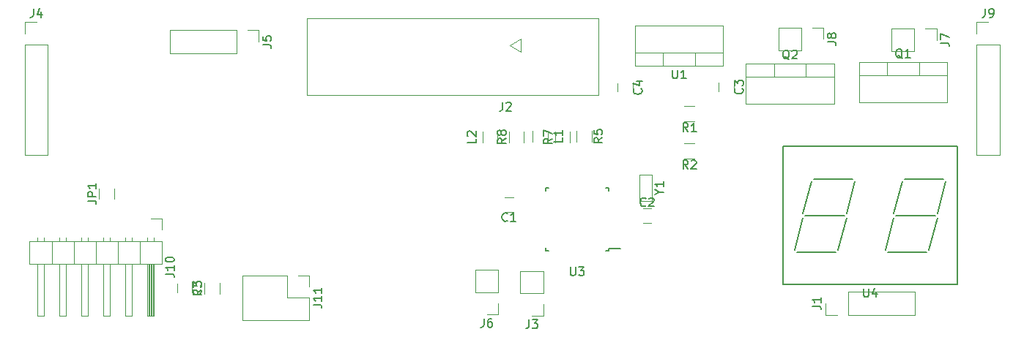
<source format=gto>
G04 #@! TF.FileFunction,Legend,Top*
%FSLAX46Y46*%
G04 Gerber Fmt 4.6, Leading zero omitted, Abs format (unit mm)*
G04 Created by KiCad (PCBNEW 4.0.6) date 07/11/17 19:08:17*
%MOMM*%
%LPD*%
G01*
G04 APERTURE LIST*
%ADD10C,0.100000*%
%ADD11C,0.120000*%
%ADD12C,0.150000*%
G04 APERTURE END LIST*
D10*
D11*
X170903000Y-84717000D02*
X170903000Y-83717000D01*
X169203000Y-83717000D02*
X169203000Y-84717000D01*
X203454000Y-77410000D02*
X200854000Y-77410000D01*
X200854000Y-77410000D02*
X200854000Y-80070000D01*
X200854000Y-80070000D02*
X203454000Y-80070000D01*
X203454000Y-80070000D02*
X203454000Y-77410000D01*
X204724000Y-77410000D02*
X206054000Y-77410000D01*
X206054000Y-77410000D02*
X206054000Y-78740000D01*
X156714000Y-79375000D02*
X157984000Y-80135000D01*
X157984000Y-80135000D02*
X157984000Y-78615000D01*
X157984000Y-78615000D02*
X156714000Y-79375000D01*
X166934000Y-85085000D02*
X133294000Y-85085000D01*
X166934000Y-85085000D02*
X166934000Y-76205000D01*
X133294000Y-76205000D02*
X133294000Y-85085000D01*
X133294000Y-76205000D02*
X166934000Y-76205000D01*
D12*
X208474000Y-91060000D02*
X208474000Y-107060000D01*
X188274000Y-91060000D02*
X208474000Y-91060000D01*
X188274000Y-107060000D02*
X188274000Y-91060000D01*
X208474000Y-107060000D02*
X188274000Y-107060000D01*
X201124000Y-99310000D02*
X200124000Y-103060000D01*
X205874000Y-99060000D02*
X201374000Y-99060000D01*
X202124000Y-95060000D02*
X201124000Y-98810000D01*
X207124000Y-95060000D02*
X206124000Y-98810000D01*
X206124000Y-99310000D02*
X205124000Y-103060000D01*
X195374000Y-99060000D02*
X190874000Y-99060000D01*
X195624000Y-99310000D02*
X194624000Y-103060000D01*
X191624000Y-95060000D02*
X190624000Y-98810000D01*
X196624000Y-95060000D02*
X195624000Y-98810000D01*
X190624000Y-99310000D02*
X189624000Y-103060000D01*
X196374000Y-94810000D02*
X191874000Y-94810000D01*
X194374000Y-103310000D02*
X189874000Y-103310000D01*
X204874000Y-103310000D02*
X200374000Y-103310000D01*
X206874000Y-94810000D02*
X202374000Y-94810000D01*
D11*
X195826478Y-110554382D02*
X203506478Y-110554382D01*
X203506478Y-110554382D02*
X203506478Y-107894382D01*
X203506478Y-107894382D02*
X195826478Y-107894382D01*
X195826478Y-107894382D02*
X195826478Y-110554382D01*
X194556478Y-110554382D02*
X193226478Y-110554382D01*
X193226478Y-110554382D02*
X193226478Y-109224382D01*
X160588000Y-108077000D02*
X160588000Y-105477000D01*
X160588000Y-105477000D02*
X157928000Y-105477000D01*
X157928000Y-105477000D02*
X157928000Y-108077000D01*
X157928000Y-108077000D02*
X160588000Y-108077000D01*
X160588000Y-109347000D02*
X160588000Y-110677000D01*
X160588000Y-110677000D02*
X159258000Y-110677000D01*
X125102437Y-77612429D02*
X117422437Y-77612429D01*
X117422437Y-77612429D02*
X117422437Y-80272429D01*
X117422437Y-80272429D02*
X125102437Y-80272429D01*
X125102437Y-80272429D02*
X125102437Y-77612429D01*
X126372437Y-77612429D02*
X127702437Y-77612429D01*
X127702437Y-77612429D02*
X127702437Y-78942429D01*
X155381000Y-107950000D02*
X155381000Y-105350000D01*
X155381000Y-105350000D02*
X152721000Y-105350000D01*
X152721000Y-105350000D02*
X152721000Y-107950000D01*
X152721000Y-107950000D02*
X155381000Y-107950000D01*
X155381000Y-109220000D02*
X155381000Y-110550000D01*
X155381000Y-110550000D02*
X154051000Y-110550000D01*
X197064000Y-81327000D02*
X207304000Y-81327000D01*
X197064000Y-85968000D02*
X207304000Y-85968000D01*
X197064000Y-81327000D02*
X197064000Y-85968000D01*
X207304000Y-81327000D02*
X207304000Y-85968000D01*
X197064000Y-82837000D02*
X207304000Y-82837000D01*
X200334000Y-81327000D02*
X200334000Y-82837000D01*
X204035000Y-81327000D02*
X204035000Y-82837000D01*
X190373000Y-77283000D02*
X187773000Y-77283000D01*
X187773000Y-77283000D02*
X187773000Y-79943000D01*
X187773000Y-79943000D02*
X190373000Y-79943000D01*
X190373000Y-79943000D02*
X190373000Y-77283000D01*
X191643000Y-77283000D02*
X192973000Y-77283000D01*
X192973000Y-77283000D02*
X192973000Y-78613000D01*
X183983000Y-81454000D02*
X194223000Y-81454000D01*
X183983000Y-86095000D02*
X194223000Y-86095000D01*
X183983000Y-81454000D02*
X183983000Y-86095000D01*
X194223000Y-81454000D02*
X194223000Y-86095000D01*
X183983000Y-82964000D02*
X194223000Y-82964000D01*
X187253000Y-81454000D02*
X187253000Y-82964000D01*
X190954000Y-81454000D02*
X190954000Y-82964000D01*
X176885000Y-90687000D02*
X178085000Y-90687000D01*
X178085000Y-92447000D02*
X176885000Y-92447000D01*
X176885000Y-86369000D02*
X178085000Y-86369000D01*
X178085000Y-88129000D02*
X176885000Y-88129000D01*
X159353664Y-90488208D02*
X159353664Y-89288208D01*
X161113664Y-89288208D02*
X161113664Y-90488208D01*
X155312000Y-89382000D02*
X155312000Y-90582000D01*
X153552000Y-90582000D02*
X153552000Y-89382000D01*
X164433664Y-90488208D02*
X164433664Y-89288208D01*
X166193664Y-89288208D02*
X166193664Y-90488208D01*
X163694000Y-89382000D02*
X163694000Y-90582000D01*
X161934000Y-90582000D02*
X161934000Y-89382000D01*
X158360000Y-89377000D02*
X158360000Y-90577000D01*
X156600000Y-90577000D02*
X156600000Y-89377000D01*
D12*
X168117664Y-103136208D02*
X168117664Y-102911208D01*
X160867664Y-103136208D02*
X160867664Y-102811208D01*
X160867664Y-95886208D02*
X160867664Y-96211208D01*
X168117664Y-95886208D02*
X168117664Y-96211208D01*
X168117664Y-103136208D02*
X167792664Y-103136208D01*
X168117664Y-95886208D02*
X167792664Y-95886208D01*
X160867664Y-95886208D02*
X161192664Y-95886208D01*
X160867664Y-103136208D02*
X161192664Y-103136208D01*
X168117664Y-102911208D02*
X169542664Y-102911208D01*
D10*
X171725664Y-94353208D02*
X171725664Y-97353208D01*
X171725664Y-97353208D02*
X173125664Y-97353208D01*
X173125664Y-97353208D02*
X173125664Y-94353208D01*
X173125664Y-94353208D02*
X171725664Y-94353208D01*
D11*
X156107000Y-98640000D02*
X157107000Y-98640000D01*
X157107000Y-96940000D02*
X156107000Y-96940000D01*
X173093000Y-98210000D02*
X172093000Y-98210000D01*
X172093000Y-99910000D02*
X173093000Y-99910000D01*
X182587000Y-84685000D02*
X182587000Y-83685000D01*
X180887000Y-83685000D02*
X180887000Y-84685000D01*
X181396000Y-81741000D02*
X171156000Y-81741000D01*
X181396000Y-77100000D02*
X171156000Y-77100000D01*
X181396000Y-81741000D02*
X181396000Y-77100000D01*
X171156000Y-81741000D02*
X171156000Y-77100000D01*
X181396000Y-80231000D02*
X171156000Y-80231000D01*
X178126000Y-81741000D02*
X178126000Y-80231000D01*
X174425000Y-81741000D02*
X174425000Y-80231000D01*
X100670000Y-79270000D02*
X100670000Y-92030000D01*
X100670000Y-92030000D02*
X103330000Y-92030000D01*
X103330000Y-92030000D02*
X103330000Y-79270000D01*
X103330000Y-79270000D02*
X100670000Y-79270000D01*
X100670000Y-78000000D02*
X100670000Y-76670000D01*
X100670000Y-76670000D02*
X102000000Y-76670000D01*
X210670000Y-79270000D02*
X210670000Y-92030000D01*
X210670000Y-92030000D02*
X213330000Y-92030000D01*
X213330000Y-92030000D02*
X213330000Y-79270000D01*
X213330000Y-79270000D02*
X210670000Y-79270000D01*
X210670000Y-78000000D02*
X210670000Y-76670000D01*
X210670000Y-76670000D02*
X212000000Y-76670000D01*
X119976000Y-107958000D02*
X119976000Y-106958000D01*
X118276000Y-106958000D02*
X118276000Y-107958000D01*
X116519000Y-102051000D02*
X113919000Y-102051000D01*
X113919000Y-102051000D02*
X113919000Y-104671000D01*
X113919000Y-104671000D02*
X116519000Y-104671000D01*
X116519000Y-104671000D02*
X116519000Y-102051000D01*
X115569000Y-104671000D02*
X114809000Y-104671000D01*
X114809000Y-104671000D02*
X114809000Y-110671000D01*
X114809000Y-110671000D02*
X115569000Y-110671000D01*
X115569000Y-110671000D02*
X115569000Y-104671000D01*
X115569000Y-101621000D02*
X115569000Y-102051000D01*
X114809000Y-101621000D02*
X114809000Y-102051000D01*
X115449000Y-104671000D02*
X115449000Y-110671000D01*
X115329000Y-104671000D02*
X115329000Y-110671000D01*
X115209000Y-104671000D02*
X115209000Y-110671000D01*
X115089000Y-104671000D02*
X115089000Y-110671000D01*
X114969000Y-104671000D02*
X114969000Y-110671000D01*
X114849000Y-104671000D02*
X114849000Y-110671000D01*
X113919000Y-102051000D02*
X111379000Y-102051000D01*
X111379000Y-102051000D02*
X111379000Y-104671000D01*
X111379000Y-104671000D02*
X113919000Y-104671000D01*
X113919000Y-104671000D02*
X113919000Y-102051000D01*
X113029000Y-104671000D02*
X112269000Y-104671000D01*
X112269000Y-104671000D02*
X112269000Y-110671000D01*
X112269000Y-110671000D02*
X113029000Y-110671000D01*
X113029000Y-110671000D02*
X113029000Y-104671000D01*
X113029000Y-101621000D02*
X113029000Y-102051000D01*
X112269000Y-101621000D02*
X112269000Y-102051000D01*
X111379000Y-102051000D02*
X108839000Y-102051000D01*
X108839000Y-102051000D02*
X108839000Y-104671000D01*
X108839000Y-104671000D02*
X111379000Y-104671000D01*
X111379000Y-104671000D02*
X111379000Y-102051000D01*
X110489000Y-104671000D02*
X109729000Y-104671000D01*
X109729000Y-104671000D02*
X109729000Y-110671000D01*
X109729000Y-110671000D02*
X110489000Y-110671000D01*
X110489000Y-110671000D02*
X110489000Y-104671000D01*
X110489000Y-101621000D02*
X110489000Y-102051000D01*
X109729000Y-101621000D02*
X109729000Y-102051000D01*
X108839000Y-102051000D02*
X106299000Y-102051000D01*
X106299000Y-102051000D02*
X106299000Y-104671000D01*
X106299000Y-104671000D02*
X108839000Y-104671000D01*
X108839000Y-104671000D02*
X108839000Y-102051000D01*
X107949000Y-104671000D02*
X107189000Y-104671000D01*
X107189000Y-104671000D02*
X107189000Y-110671000D01*
X107189000Y-110671000D02*
X107949000Y-110671000D01*
X107949000Y-110671000D02*
X107949000Y-104671000D01*
X107949000Y-101621000D02*
X107949000Y-102051000D01*
X107189000Y-101621000D02*
X107189000Y-102051000D01*
X106299000Y-102051000D02*
X103759000Y-102051000D01*
X103759000Y-102051000D02*
X103759000Y-104671000D01*
X103759000Y-104671000D02*
X106299000Y-104671000D01*
X106299000Y-104671000D02*
X106299000Y-102051000D01*
X105409000Y-104671000D02*
X104649000Y-104671000D01*
X104649000Y-104671000D02*
X104649000Y-110671000D01*
X104649000Y-110671000D02*
X105409000Y-110671000D01*
X105409000Y-110671000D02*
X105409000Y-104671000D01*
X105409000Y-101621000D02*
X105409000Y-102051000D01*
X104649000Y-101621000D02*
X104649000Y-102051000D01*
X103759000Y-102051000D02*
X101159000Y-102051000D01*
X101159000Y-102051000D02*
X101159000Y-104671000D01*
X101159000Y-104671000D02*
X103759000Y-104671000D01*
X103759000Y-104671000D02*
X103759000Y-102051000D01*
X102869000Y-104671000D02*
X102109000Y-104671000D01*
X102109000Y-104671000D02*
X102109000Y-110671000D01*
X102109000Y-110671000D02*
X102869000Y-110671000D01*
X102869000Y-110671000D02*
X102869000Y-104671000D01*
X102869000Y-101621000D02*
X102869000Y-102051000D01*
X102109000Y-101621000D02*
X102109000Y-102051000D01*
X115189000Y-99441000D02*
X116459000Y-99441000D01*
X116459000Y-99441000D02*
X116459000Y-100711000D01*
X130937000Y-105985000D02*
X125797000Y-105985000D01*
X125797000Y-105985000D02*
X125797000Y-111185000D01*
X125797000Y-111185000D02*
X133537000Y-111185000D01*
X133537000Y-111185000D02*
X133537000Y-108585000D01*
X133537000Y-108585000D02*
X130937000Y-108585000D01*
X130937000Y-108585000D02*
X130937000Y-105985000D01*
X132207000Y-105985000D02*
X133537000Y-105985000D01*
X133537000Y-105985000D02*
X133537000Y-107315000D01*
X110989000Y-95920000D02*
X110989000Y-97120000D01*
X109229000Y-97120000D02*
X109229000Y-95920000D01*
X123181000Y-106908000D02*
X123181000Y-108108000D01*
X121421000Y-108108000D02*
X121421000Y-106908000D01*
D12*
X171910143Y-84383666D02*
X171957762Y-84431285D01*
X172005381Y-84574142D01*
X172005381Y-84669380D01*
X171957762Y-84812238D01*
X171862524Y-84907476D01*
X171767286Y-84955095D01*
X171576810Y-85002714D01*
X171433952Y-85002714D01*
X171243476Y-84955095D01*
X171148238Y-84907476D01*
X171053000Y-84812238D01*
X171005381Y-84669380D01*
X171005381Y-84574142D01*
X171053000Y-84431285D01*
X171100619Y-84383666D01*
X171338714Y-83526523D02*
X172005381Y-83526523D01*
X170957762Y-83764619D02*
X171672048Y-84002714D01*
X171672048Y-83383666D01*
X206506381Y-79073333D02*
X207220667Y-79073333D01*
X207363524Y-79120953D01*
X207458762Y-79216191D01*
X207506381Y-79359048D01*
X207506381Y-79454286D01*
X206506381Y-78692381D02*
X206506381Y-78025714D01*
X207506381Y-78454286D01*
X155880667Y-85937381D02*
X155880667Y-86651667D01*
X155833047Y-86794524D01*
X155737809Y-86889762D01*
X155594952Y-86937381D01*
X155499714Y-86937381D01*
X156309238Y-86032619D02*
X156356857Y-85985000D01*
X156452095Y-85937381D01*
X156690191Y-85937381D01*
X156785429Y-85985000D01*
X156833048Y-86032619D01*
X156880667Y-86127857D01*
X156880667Y-86223095D01*
X156833048Y-86365952D01*
X156261619Y-86937381D01*
X156880667Y-86937381D01*
X197612095Y-107512381D02*
X197612095Y-108321905D01*
X197659714Y-108417143D01*
X197707333Y-108464762D01*
X197802571Y-108512381D01*
X197993048Y-108512381D01*
X198088286Y-108464762D01*
X198135905Y-108417143D01*
X198183524Y-108321905D01*
X198183524Y-107512381D01*
X199088286Y-107845714D02*
X199088286Y-108512381D01*
X198850190Y-107464762D02*
X198612095Y-108179048D01*
X199231143Y-108179048D01*
X191678859Y-109557715D02*
X192393145Y-109557715D01*
X192536002Y-109605335D01*
X192631240Y-109700573D01*
X192678859Y-109843430D01*
X192678859Y-109938668D01*
X192678859Y-108557715D02*
X192678859Y-109129144D01*
X192678859Y-108843430D02*
X191678859Y-108843430D01*
X191821716Y-108938668D01*
X191916954Y-109033906D01*
X191964573Y-109129144D01*
X158924667Y-111129381D02*
X158924667Y-111843667D01*
X158877047Y-111986524D01*
X158781809Y-112081762D01*
X158638952Y-112129381D01*
X158543714Y-112129381D01*
X159305619Y-111129381D02*
X159924667Y-111129381D01*
X159591333Y-111510333D01*
X159734191Y-111510333D01*
X159829429Y-111557952D01*
X159877048Y-111605571D01*
X159924667Y-111700810D01*
X159924667Y-111938905D01*
X159877048Y-112034143D01*
X159829429Y-112081762D01*
X159734191Y-112129381D01*
X159448476Y-112129381D01*
X159353238Y-112081762D01*
X159305619Y-112034143D01*
X128154818Y-79275762D02*
X128869104Y-79275762D01*
X129011961Y-79323382D01*
X129107199Y-79418620D01*
X129154818Y-79561477D01*
X129154818Y-79656715D01*
X128154818Y-78323381D02*
X128154818Y-78799572D01*
X128631008Y-78847191D01*
X128583389Y-78799572D01*
X128535770Y-78704334D01*
X128535770Y-78466238D01*
X128583389Y-78371000D01*
X128631008Y-78323381D01*
X128726247Y-78275762D01*
X128964342Y-78275762D01*
X129059580Y-78323381D01*
X129107199Y-78371000D01*
X129154818Y-78466238D01*
X129154818Y-78704334D01*
X129107199Y-78799572D01*
X129059580Y-78847191D01*
X153717667Y-111002381D02*
X153717667Y-111716667D01*
X153670047Y-111859524D01*
X153574809Y-111954762D01*
X153431952Y-112002381D01*
X153336714Y-112002381D01*
X154622429Y-111002381D02*
X154431952Y-111002381D01*
X154336714Y-111050000D01*
X154289095Y-111097619D01*
X154193857Y-111240476D01*
X154146238Y-111430952D01*
X154146238Y-111811905D01*
X154193857Y-111907143D01*
X154241476Y-111954762D01*
X154336714Y-112002381D01*
X154527191Y-112002381D01*
X154622429Y-111954762D01*
X154670048Y-111907143D01*
X154717667Y-111811905D01*
X154717667Y-111573810D01*
X154670048Y-111478571D01*
X154622429Y-111430952D01*
X154527191Y-111383333D01*
X154336714Y-111383333D01*
X154241476Y-111430952D01*
X154193857Y-111478571D01*
X154146238Y-111573810D01*
X202088762Y-80874619D02*
X201993524Y-80827000D01*
X201898286Y-80731762D01*
X201755429Y-80588905D01*
X201660190Y-80541286D01*
X201564952Y-80541286D01*
X201612571Y-80779381D02*
X201517333Y-80731762D01*
X201422095Y-80636524D01*
X201374476Y-80446048D01*
X201374476Y-80112714D01*
X201422095Y-79922238D01*
X201517333Y-79827000D01*
X201612571Y-79779381D01*
X201803048Y-79779381D01*
X201898286Y-79827000D01*
X201993524Y-79922238D01*
X202041143Y-80112714D01*
X202041143Y-80446048D01*
X201993524Y-80636524D01*
X201898286Y-80731762D01*
X201803048Y-80779381D01*
X201612571Y-80779381D01*
X202993524Y-80779381D02*
X202422095Y-80779381D01*
X202707809Y-80779381D02*
X202707809Y-79779381D01*
X202612571Y-79922238D01*
X202517333Y-80017476D01*
X202422095Y-80065095D01*
X193425381Y-78946333D02*
X194139667Y-78946333D01*
X194282524Y-78993953D01*
X194377762Y-79089191D01*
X194425381Y-79232048D01*
X194425381Y-79327286D01*
X193853952Y-78327286D02*
X193806333Y-78422524D01*
X193758714Y-78470143D01*
X193663476Y-78517762D01*
X193615857Y-78517762D01*
X193520619Y-78470143D01*
X193473000Y-78422524D01*
X193425381Y-78327286D01*
X193425381Y-78136809D01*
X193473000Y-78041571D01*
X193520619Y-77993952D01*
X193615857Y-77946333D01*
X193663476Y-77946333D01*
X193758714Y-77993952D01*
X193806333Y-78041571D01*
X193853952Y-78136809D01*
X193853952Y-78327286D01*
X193901571Y-78422524D01*
X193949190Y-78470143D01*
X194044429Y-78517762D01*
X194234905Y-78517762D01*
X194330143Y-78470143D01*
X194377762Y-78422524D01*
X194425381Y-78327286D01*
X194425381Y-78136809D01*
X194377762Y-78041571D01*
X194330143Y-77993952D01*
X194234905Y-77946333D01*
X194044429Y-77946333D01*
X193949190Y-77993952D01*
X193901571Y-78041571D01*
X193853952Y-78136809D01*
X189007762Y-81001619D02*
X188912524Y-80954000D01*
X188817286Y-80858762D01*
X188674429Y-80715905D01*
X188579190Y-80668286D01*
X188483952Y-80668286D01*
X188531571Y-80906381D02*
X188436333Y-80858762D01*
X188341095Y-80763524D01*
X188293476Y-80573048D01*
X188293476Y-80239714D01*
X188341095Y-80049238D01*
X188436333Y-79954000D01*
X188531571Y-79906381D01*
X188722048Y-79906381D01*
X188817286Y-79954000D01*
X188912524Y-80049238D01*
X188960143Y-80239714D01*
X188960143Y-80573048D01*
X188912524Y-80763524D01*
X188817286Y-80858762D01*
X188722048Y-80906381D01*
X188531571Y-80906381D01*
X189341095Y-80001619D02*
X189388714Y-79954000D01*
X189483952Y-79906381D01*
X189722048Y-79906381D01*
X189817286Y-79954000D01*
X189864905Y-80001619D01*
X189912524Y-80096857D01*
X189912524Y-80192095D01*
X189864905Y-80334952D01*
X189293476Y-80906381D01*
X189912524Y-80906381D01*
X177318334Y-93669381D02*
X176985000Y-93193190D01*
X176746905Y-93669381D02*
X176746905Y-92669381D01*
X177127858Y-92669381D01*
X177223096Y-92717000D01*
X177270715Y-92764619D01*
X177318334Y-92859857D01*
X177318334Y-93002714D01*
X177270715Y-93097952D01*
X177223096Y-93145571D01*
X177127858Y-93193190D01*
X176746905Y-93193190D01*
X177699286Y-92764619D02*
X177746905Y-92717000D01*
X177842143Y-92669381D01*
X178080239Y-92669381D01*
X178175477Y-92717000D01*
X178223096Y-92764619D01*
X178270715Y-92859857D01*
X178270715Y-92955095D01*
X178223096Y-93097952D01*
X177651667Y-93669381D01*
X178270715Y-93669381D01*
X177318334Y-89351381D02*
X176985000Y-88875190D01*
X176746905Y-89351381D02*
X176746905Y-88351381D01*
X177127858Y-88351381D01*
X177223096Y-88399000D01*
X177270715Y-88446619D01*
X177318334Y-88541857D01*
X177318334Y-88684714D01*
X177270715Y-88779952D01*
X177223096Y-88827571D01*
X177127858Y-88875190D01*
X176746905Y-88875190D01*
X178270715Y-89351381D02*
X177699286Y-89351381D01*
X177985000Y-89351381D02*
X177985000Y-88351381D01*
X177889762Y-88494238D01*
X177794524Y-88589476D01*
X177699286Y-88637095D01*
X162786045Y-90054874D02*
X162786045Y-90531065D01*
X161786045Y-90531065D01*
X162786045Y-89197731D02*
X162786045Y-89769160D01*
X162786045Y-89483446D02*
X161786045Y-89483446D01*
X161928902Y-89578684D01*
X162024140Y-89673922D01*
X162071759Y-89769160D01*
X152784381Y-90148666D02*
X152784381Y-90624857D01*
X151784381Y-90624857D01*
X151879619Y-89862952D02*
X151832000Y-89815333D01*
X151784381Y-89720095D01*
X151784381Y-89481999D01*
X151832000Y-89386761D01*
X151879619Y-89339142D01*
X151974857Y-89291523D01*
X152070095Y-89291523D01*
X152212952Y-89339142D01*
X152784381Y-89910571D01*
X152784381Y-89291523D01*
X167416045Y-90054874D02*
X166939854Y-90388208D01*
X167416045Y-90626303D02*
X166416045Y-90626303D01*
X166416045Y-90245350D01*
X166463664Y-90150112D01*
X166511283Y-90102493D01*
X166606521Y-90054874D01*
X166749378Y-90054874D01*
X166844616Y-90102493D01*
X166892235Y-90150112D01*
X166939854Y-90245350D01*
X166939854Y-90626303D01*
X166416045Y-89150112D02*
X166416045Y-89626303D01*
X166892235Y-89673922D01*
X166844616Y-89626303D01*
X166796997Y-89531065D01*
X166796997Y-89292969D01*
X166844616Y-89197731D01*
X166892235Y-89150112D01*
X166987474Y-89102493D01*
X167225569Y-89102493D01*
X167320807Y-89150112D01*
X167368426Y-89197731D01*
X167416045Y-89292969D01*
X167416045Y-89531065D01*
X167368426Y-89626303D01*
X167320807Y-89673922D01*
X161616381Y-90148666D02*
X161140190Y-90482000D01*
X161616381Y-90720095D02*
X160616381Y-90720095D01*
X160616381Y-90339142D01*
X160664000Y-90243904D01*
X160711619Y-90196285D01*
X160806857Y-90148666D01*
X160949714Y-90148666D01*
X161044952Y-90196285D01*
X161092571Y-90243904D01*
X161140190Y-90339142D01*
X161140190Y-90720095D01*
X160616381Y-89815333D02*
X160616381Y-89148666D01*
X161616381Y-89577238D01*
X156282381Y-90143666D02*
X155806190Y-90477000D01*
X156282381Y-90715095D02*
X155282381Y-90715095D01*
X155282381Y-90334142D01*
X155330000Y-90238904D01*
X155377619Y-90191285D01*
X155472857Y-90143666D01*
X155615714Y-90143666D01*
X155710952Y-90191285D01*
X155758571Y-90238904D01*
X155806190Y-90334142D01*
X155806190Y-90715095D01*
X155710952Y-89572238D02*
X155663333Y-89667476D01*
X155615714Y-89715095D01*
X155520476Y-89762714D01*
X155472857Y-89762714D01*
X155377619Y-89715095D01*
X155330000Y-89667476D01*
X155282381Y-89572238D01*
X155282381Y-89381761D01*
X155330000Y-89286523D01*
X155377619Y-89238904D01*
X155472857Y-89191285D01*
X155520476Y-89191285D01*
X155615714Y-89238904D01*
X155663333Y-89286523D01*
X155710952Y-89381761D01*
X155710952Y-89572238D01*
X155758571Y-89667476D01*
X155806190Y-89715095D01*
X155901429Y-89762714D01*
X156091905Y-89762714D01*
X156187143Y-89715095D01*
X156234762Y-89667476D01*
X156282381Y-89572238D01*
X156282381Y-89381761D01*
X156234762Y-89286523D01*
X156187143Y-89238904D01*
X156091905Y-89191285D01*
X155901429Y-89191285D01*
X155806190Y-89238904D01*
X155758571Y-89286523D01*
X155710952Y-89381761D01*
X163730759Y-105013589D02*
X163730759Y-105823113D01*
X163778378Y-105918351D01*
X163825997Y-105965970D01*
X163921235Y-106013589D01*
X164111712Y-106013589D01*
X164206950Y-105965970D01*
X164254569Y-105918351D01*
X164302188Y-105823113D01*
X164302188Y-105013589D01*
X164683140Y-105013589D02*
X165302188Y-105013589D01*
X164968854Y-105394541D01*
X165111712Y-105394541D01*
X165206950Y-105442160D01*
X165254569Y-105489779D01*
X165302188Y-105585018D01*
X165302188Y-105823113D01*
X165254569Y-105918351D01*
X165206950Y-105965970D01*
X165111712Y-106013589D01*
X164825997Y-106013589D01*
X164730759Y-105965970D01*
X164683140Y-105918351D01*
X174001854Y-96329399D02*
X174478045Y-96329399D01*
X173478045Y-96662732D02*
X174001854Y-96329399D01*
X173478045Y-95996065D01*
X174478045Y-95138922D02*
X174478045Y-95710351D01*
X174478045Y-95424637D02*
X173478045Y-95424637D01*
X173620902Y-95519875D01*
X173716140Y-95615113D01*
X173763759Y-95710351D01*
X156440334Y-99647143D02*
X156392715Y-99694762D01*
X156249858Y-99742381D01*
X156154620Y-99742381D01*
X156011762Y-99694762D01*
X155916524Y-99599524D01*
X155868905Y-99504286D01*
X155821286Y-99313810D01*
X155821286Y-99170952D01*
X155868905Y-98980476D01*
X155916524Y-98885238D01*
X156011762Y-98790000D01*
X156154620Y-98742381D01*
X156249858Y-98742381D01*
X156392715Y-98790000D01*
X156440334Y-98837619D01*
X157392715Y-99742381D02*
X156821286Y-99742381D01*
X157107000Y-99742381D02*
X157107000Y-98742381D01*
X157011762Y-98885238D01*
X156916524Y-98980476D01*
X156821286Y-99028095D01*
X172426334Y-97917143D02*
X172378715Y-97964762D01*
X172235858Y-98012381D01*
X172140620Y-98012381D01*
X171997762Y-97964762D01*
X171902524Y-97869524D01*
X171854905Y-97774286D01*
X171807286Y-97583810D01*
X171807286Y-97440952D01*
X171854905Y-97250476D01*
X171902524Y-97155238D01*
X171997762Y-97060000D01*
X172140620Y-97012381D01*
X172235858Y-97012381D01*
X172378715Y-97060000D01*
X172426334Y-97107619D01*
X172807286Y-97107619D02*
X172854905Y-97060000D01*
X172950143Y-97012381D01*
X173188239Y-97012381D01*
X173283477Y-97060000D01*
X173331096Y-97107619D01*
X173378715Y-97202857D01*
X173378715Y-97298095D01*
X173331096Y-97440952D01*
X172759667Y-98012381D01*
X173378715Y-98012381D01*
X183594143Y-84351666D02*
X183641762Y-84399285D01*
X183689381Y-84542142D01*
X183689381Y-84637380D01*
X183641762Y-84780238D01*
X183546524Y-84875476D01*
X183451286Y-84923095D01*
X183260810Y-84970714D01*
X183117952Y-84970714D01*
X182927476Y-84923095D01*
X182832238Y-84875476D01*
X182737000Y-84780238D01*
X182689381Y-84637380D01*
X182689381Y-84542142D01*
X182737000Y-84399285D01*
X182784619Y-84351666D01*
X182689381Y-84018333D02*
X182689381Y-83399285D01*
X183070333Y-83732619D01*
X183070333Y-83589761D01*
X183117952Y-83494523D01*
X183165571Y-83446904D01*
X183260810Y-83399285D01*
X183498905Y-83399285D01*
X183594143Y-83446904D01*
X183641762Y-83494523D01*
X183689381Y-83589761D01*
X183689381Y-83875476D01*
X183641762Y-83970714D01*
X183594143Y-84018333D01*
X175514095Y-82193381D02*
X175514095Y-83002905D01*
X175561714Y-83098143D01*
X175609333Y-83145762D01*
X175704571Y-83193381D01*
X175895048Y-83193381D01*
X175990286Y-83145762D01*
X176037905Y-83098143D01*
X176085524Y-83002905D01*
X176085524Y-82193381D01*
X177085524Y-83193381D02*
X176514095Y-83193381D01*
X176799809Y-83193381D02*
X176799809Y-82193381D01*
X176704571Y-82336238D01*
X176609333Y-82431476D01*
X176514095Y-82479095D01*
X101666667Y-75122381D02*
X101666667Y-75836667D01*
X101619047Y-75979524D01*
X101523809Y-76074762D01*
X101380952Y-76122381D01*
X101285714Y-76122381D01*
X102571429Y-75455714D02*
X102571429Y-76122381D01*
X102333333Y-75074762D02*
X102095238Y-75789048D01*
X102714286Y-75789048D01*
X211666667Y-75122381D02*
X211666667Y-75836667D01*
X211619047Y-75979524D01*
X211523809Y-76074762D01*
X211380952Y-76122381D01*
X211285714Y-76122381D01*
X212190476Y-76122381D02*
X212380952Y-76122381D01*
X212476191Y-76074762D01*
X212523810Y-76027143D01*
X212619048Y-75884286D01*
X212666667Y-75693810D01*
X212666667Y-75312857D01*
X212619048Y-75217619D01*
X212571429Y-75170000D01*
X212476191Y-75122381D01*
X212285714Y-75122381D01*
X212190476Y-75170000D01*
X212142857Y-75217619D01*
X212095238Y-75312857D01*
X212095238Y-75550952D01*
X212142857Y-75646190D01*
X212190476Y-75693810D01*
X212285714Y-75741429D01*
X212476191Y-75741429D01*
X212571429Y-75693810D01*
X212619048Y-75646190D01*
X212666667Y-75550952D01*
X120983143Y-107624666D02*
X121030762Y-107672285D01*
X121078381Y-107815142D01*
X121078381Y-107910380D01*
X121030762Y-108053238D01*
X120935524Y-108148476D01*
X120840286Y-108196095D01*
X120649810Y-108243714D01*
X120506952Y-108243714D01*
X120316476Y-108196095D01*
X120221238Y-108148476D01*
X120126000Y-108053238D01*
X120078381Y-107910380D01*
X120078381Y-107815142D01*
X120126000Y-107672285D01*
X120173619Y-107624666D01*
X120078381Y-106719904D02*
X120078381Y-107196095D01*
X120554571Y-107243714D01*
X120506952Y-107196095D01*
X120459333Y-107100857D01*
X120459333Y-106862761D01*
X120506952Y-106767523D01*
X120554571Y-106719904D01*
X120649810Y-106672285D01*
X120887905Y-106672285D01*
X120983143Y-106719904D01*
X121030762Y-106767523D01*
X121078381Y-106862761D01*
X121078381Y-107100857D01*
X121030762Y-107196095D01*
X120983143Y-107243714D01*
X116911381Y-105835523D02*
X117625667Y-105835523D01*
X117768524Y-105883143D01*
X117863762Y-105978381D01*
X117911381Y-106121238D01*
X117911381Y-106216476D01*
X117911381Y-104835523D02*
X117911381Y-105406952D01*
X117911381Y-105121238D02*
X116911381Y-105121238D01*
X117054238Y-105216476D01*
X117149476Y-105311714D01*
X117197095Y-105406952D01*
X116911381Y-104216476D02*
X116911381Y-104121237D01*
X116959000Y-104025999D01*
X117006619Y-103978380D01*
X117101857Y-103930761D01*
X117292333Y-103883142D01*
X117530429Y-103883142D01*
X117720905Y-103930761D01*
X117816143Y-103978380D01*
X117863762Y-104025999D01*
X117911381Y-104121237D01*
X117911381Y-104216476D01*
X117863762Y-104311714D01*
X117816143Y-104359333D01*
X117720905Y-104406952D01*
X117530429Y-104454571D01*
X117292333Y-104454571D01*
X117101857Y-104406952D01*
X117006619Y-104359333D01*
X116959000Y-104311714D01*
X116911381Y-104216476D01*
X133989381Y-109394523D02*
X134703667Y-109394523D01*
X134846524Y-109442143D01*
X134941762Y-109537381D01*
X134989381Y-109680238D01*
X134989381Y-109775476D01*
X134989381Y-108394523D02*
X134989381Y-108965952D01*
X134989381Y-108680238D02*
X133989381Y-108680238D01*
X134132238Y-108775476D01*
X134227476Y-108870714D01*
X134275095Y-108965952D01*
X134989381Y-107442142D02*
X134989381Y-108013571D01*
X134989381Y-107727857D02*
X133989381Y-107727857D01*
X134132238Y-107823095D01*
X134227476Y-107918333D01*
X134275095Y-108013571D01*
X107911381Y-97353333D02*
X108625667Y-97353333D01*
X108768524Y-97400953D01*
X108863762Y-97496191D01*
X108911381Y-97639048D01*
X108911381Y-97734286D01*
X108911381Y-96877143D02*
X107911381Y-96877143D01*
X107911381Y-96496190D01*
X107959000Y-96400952D01*
X108006619Y-96353333D01*
X108101857Y-96305714D01*
X108244714Y-96305714D01*
X108339952Y-96353333D01*
X108387571Y-96400952D01*
X108435190Y-96496190D01*
X108435190Y-96877143D01*
X108911381Y-95353333D02*
X108911381Y-95924762D01*
X108911381Y-95639048D02*
X107911381Y-95639048D01*
X108054238Y-95734286D01*
X108149476Y-95829524D01*
X108197095Y-95924762D01*
X121103381Y-107674666D02*
X120627190Y-108008000D01*
X121103381Y-108246095D02*
X120103381Y-108246095D01*
X120103381Y-107865142D01*
X120151000Y-107769904D01*
X120198619Y-107722285D01*
X120293857Y-107674666D01*
X120436714Y-107674666D01*
X120531952Y-107722285D01*
X120579571Y-107769904D01*
X120627190Y-107865142D01*
X120627190Y-108246095D01*
X120103381Y-107341333D02*
X120103381Y-106722285D01*
X120484333Y-107055619D01*
X120484333Y-106912761D01*
X120531952Y-106817523D01*
X120579571Y-106769904D01*
X120674810Y-106722285D01*
X120912905Y-106722285D01*
X121008143Y-106769904D01*
X121055762Y-106817523D01*
X121103381Y-106912761D01*
X121103381Y-107198476D01*
X121055762Y-107293714D01*
X121008143Y-107341333D01*
M02*

</source>
